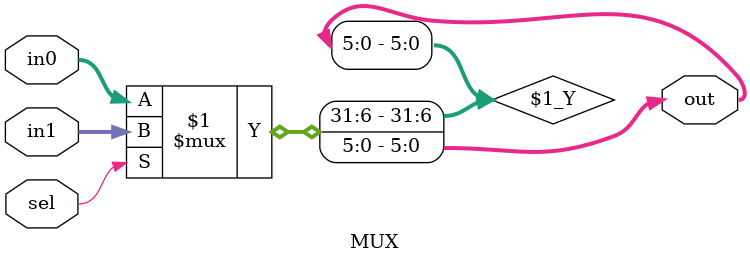
<source format=v>
module MUX (
    input wire [31:0] in0,   // First input
    input wire [31:0] in1,   // Second input
    input wire sel,          // Select signal
    output wire [5:0] out   // Output
);
assign out = sel ? in1 : in0; // Select between in0 and in1
endmodule
</source>
